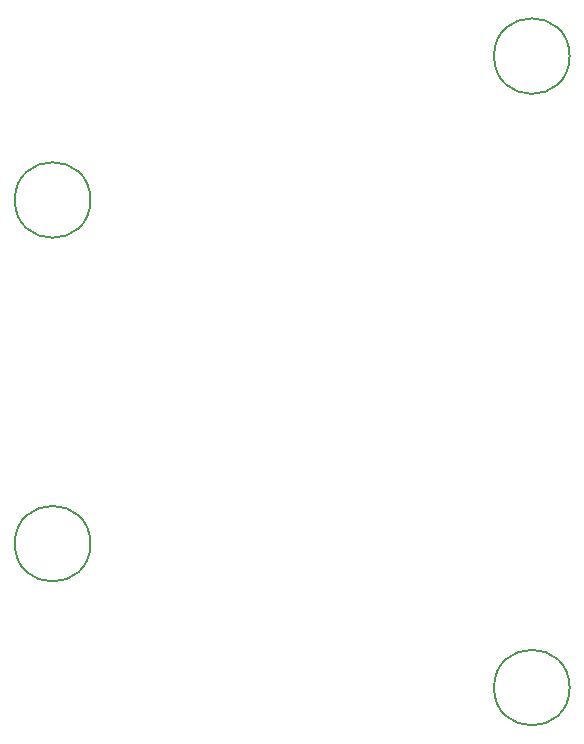
<source format=gbr>
%TF.GenerationSoftware,KiCad,Pcbnew,7.0.6*%
%TF.CreationDate,2023-11-19T20:23:39+09:00*%
%TF.ProjectId,PowerSupply_20230505,506f7765-7253-4757-9070-6c795f323032,rev?*%
%TF.SameCoordinates,Original*%
%TF.FileFunction,Other,Comment*%
%FSLAX46Y46*%
G04 Gerber Fmt 4.6, Leading zero omitted, Abs format (unit mm)*
G04 Created by KiCad (PCBNEW 7.0.6) date 2023-11-19 20:23:39*
%MOMM*%
%LPD*%
G01*
G04 APERTURE LIST*
%ADD10C,0.150000*%
G04 APERTURE END LIST*
D10*
%TO.C,REF\u002A\u002A*%
X62626680Y-92182264D02*
G75*
G03*
X62626680Y-92182264I-3200000J0D01*
G01*
X103200000Y-133464528D02*
G75*
G03*
X103200000Y-133464528I-3200000J0D01*
G01*
X103200000Y-80000000D02*
G75*
G03*
X103200000Y-80000000I-3200000J0D01*
G01*
X62626680Y-121282264D02*
G75*
G03*
X62626680Y-121282264I-3200000J0D01*
G01*
%TD*%
M02*

</source>
